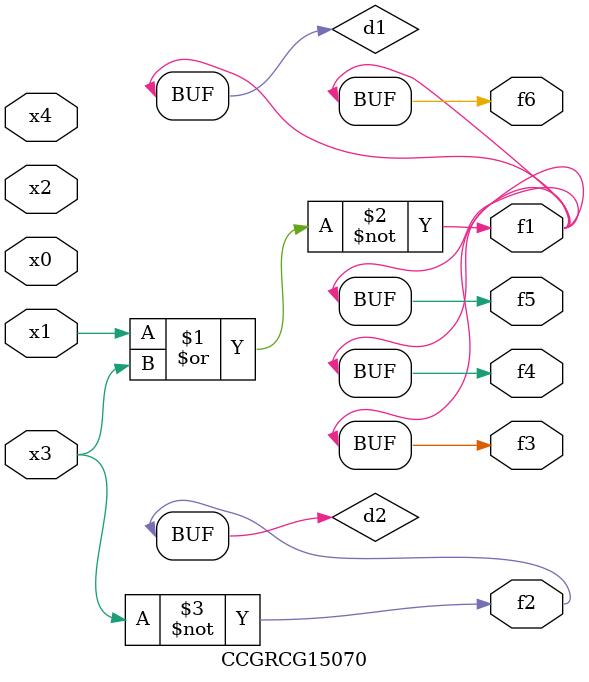
<source format=v>
module CCGRCG15070(
	input x0, x1, x2, x3, x4,
	output f1, f2, f3, f4, f5, f6
);

	wire d1, d2;

	nor (d1, x1, x3);
	not (d2, x3);
	assign f1 = d1;
	assign f2 = d2;
	assign f3 = d1;
	assign f4 = d1;
	assign f5 = d1;
	assign f6 = d1;
endmodule

</source>
